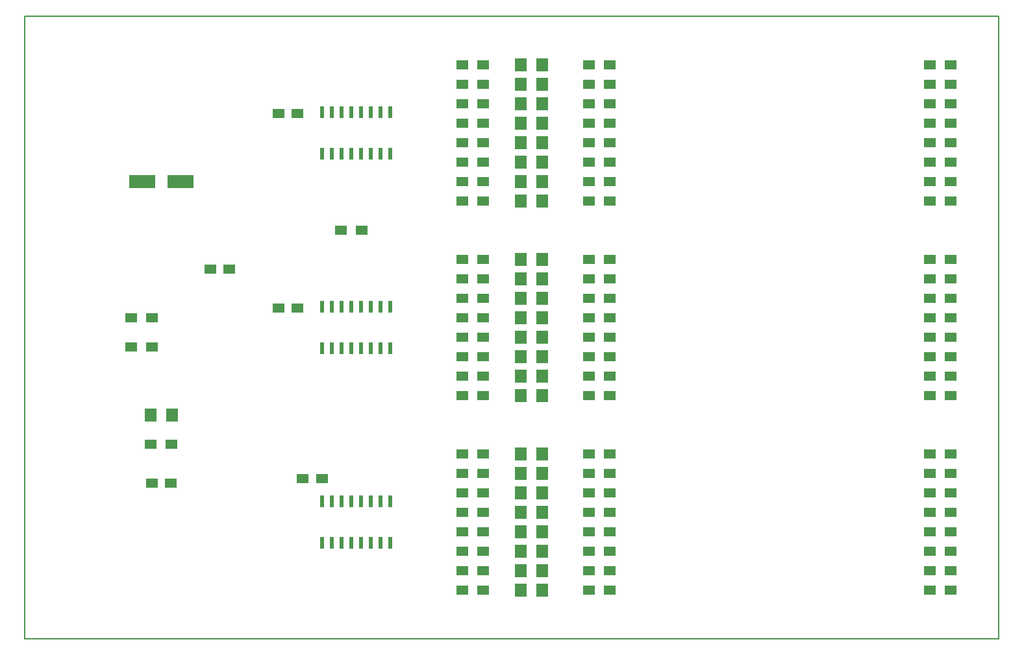
<source format=gbr>
G04 #@! TF.FileFunction,Paste,Top*
%FSLAX46Y46*%
G04 Gerber Fmt 4.6, Leading zero omitted, Abs format (unit mm)*
G04 Created by KiCad (PCBNEW (2015-04-03 BZR 5572)-product) date Tuesday, April 07, 2015 'PMt' 09:07:44 PM*
%MOMM*%
G01*
G04 APERTURE LIST*
%ADD10C,0.100000*%
%ADD11C,0.150000*%
%ADD12R,1.500000X1.250000*%
%ADD13R,1.597660X1.800860*%
%ADD14R,3.500120X1.800860*%
%ADD15R,1.500000X1.300000*%
%ADD16R,0.600000X1.500000*%
G04 APERTURE END LIST*
D10*
D11*
X222250000Y-124460000D02*
X95250000Y-124460000D01*
X222250000Y-43180000D02*
X222250000Y-124460000D01*
X95250000Y-43180000D02*
X222250000Y-43180000D01*
X95250000Y-124460000D02*
X95250000Y-43180000D01*
D12*
X119400000Y-76200000D03*
X121900000Y-76200000D03*
X111780000Y-104140000D03*
X114280000Y-104140000D03*
X128290000Y-55880000D03*
X130790000Y-55880000D03*
X128290000Y-81280000D03*
X130790000Y-81280000D03*
X131465000Y-103505000D03*
X133965000Y-103505000D03*
D13*
X159870140Y-49530000D03*
X162709860Y-49530000D03*
X159870140Y-52070000D03*
X162709860Y-52070000D03*
X159870140Y-54610000D03*
X162709860Y-54610000D03*
X159870140Y-57150000D03*
X162709860Y-57150000D03*
X159870140Y-59690000D03*
X162709860Y-59690000D03*
X159870140Y-62230000D03*
X162709860Y-62230000D03*
X159870140Y-64770000D03*
X162709860Y-64770000D03*
X159870140Y-67310000D03*
X162709860Y-67310000D03*
X159870140Y-74930000D03*
X162709860Y-74930000D03*
X159870140Y-77470000D03*
X162709860Y-77470000D03*
X159870140Y-80010000D03*
X162709860Y-80010000D03*
X159870140Y-82550000D03*
X162709860Y-82550000D03*
X159870140Y-85090000D03*
X162709860Y-85090000D03*
X159870140Y-87630000D03*
X162709860Y-87630000D03*
X159870140Y-90170000D03*
X162709860Y-90170000D03*
X159870140Y-92710000D03*
X162709860Y-92710000D03*
X159870140Y-100330000D03*
X162709860Y-100330000D03*
X159870140Y-102870000D03*
X162709860Y-102870000D03*
X159870140Y-105410000D03*
X162709860Y-105410000D03*
X159870140Y-107950000D03*
X162709860Y-107950000D03*
X159870140Y-110490000D03*
X162709860Y-110490000D03*
X159870140Y-113030000D03*
X162709860Y-113030000D03*
X159870140Y-115570000D03*
X162709860Y-115570000D03*
X159870140Y-118110000D03*
X162709860Y-118110000D03*
X111610140Y-95250000D03*
X114449860Y-95250000D03*
D14*
X110530640Y-64770000D03*
X115529360Y-64770000D03*
D15*
X171530000Y-49530000D03*
X168830000Y-49530000D03*
X155020000Y-49530000D03*
X152320000Y-49530000D03*
X171530000Y-52070000D03*
X168830000Y-52070000D03*
X155020000Y-52070000D03*
X152320000Y-52070000D03*
X171530000Y-54610000D03*
X168830000Y-54610000D03*
X155020000Y-54610000D03*
X152320000Y-54610000D03*
X171530000Y-57150000D03*
X168830000Y-57150000D03*
X155020000Y-57150000D03*
X152320000Y-57150000D03*
X171530000Y-59690000D03*
X168830000Y-59690000D03*
X155020000Y-59690000D03*
X152320000Y-59690000D03*
X171530000Y-62230000D03*
X168830000Y-62230000D03*
X155020000Y-62230000D03*
X152320000Y-62230000D03*
X171530000Y-64770000D03*
X168830000Y-64770000D03*
X155020000Y-64770000D03*
X152320000Y-64770000D03*
X171530000Y-67310000D03*
X168830000Y-67310000D03*
X155020000Y-67310000D03*
X152320000Y-67310000D03*
X171530000Y-74930000D03*
X168830000Y-74930000D03*
X155020000Y-74930000D03*
X152320000Y-74930000D03*
X171530000Y-77470000D03*
X168830000Y-77470000D03*
X155020000Y-77470000D03*
X152320000Y-77470000D03*
X171530000Y-80010000D03*
X168830000Y-80010000D03*
X155020000Y-80010000D03*
X152320000Y-80010000D03*
X171530000Y-82550000D03*
X168830000Y-82550000D03*
X155020000Y-82550000D03*
X152320000Y-82550000D03*
X171530000Y-85090000D03*
X168830000Y-85090000D03*
X155020000Y-85090000D03*
X152320000Y-85090000D03*
X171530000Y-87630000D03*
X168830000Y-87630000D03*
X155020000Y-87630000D03*
X152320000Y-87630000D03*
X171530000Y-90170000D03*
X168830000Y-90170000D03*
X155020000Y-90170000D03*
X152320000Y-90170000D03*
X171530000Y-92710000D03*
X168830000Y-92710000D03*
X155020000Y-92710000D03*
X152320000Y-92710000D03*
X171530000Y-100330000D03*
X168830000Y-100330000D03*
X155020000Y-100330000D03*
X152320000Y-100330000D03*
X171530000Y-102870000D03*
X168830000Y-102870000D03*
X155020000Y-102870000D03*
X152320000Y-102870000D03*
X171530000Y-105410000D03*
X168830000Y-105410000D03*
X155020000Y-105410000D03*
X152320000Y-105410000D03*
X171530000Y-107950000D03*
X168830000Y-107950000D03*
X155020000Y-107950000D03*
X152320000Y-107950000D03*
X171530000Y-110490000D03*
X168830000Y-110490000D03*
X155020000Y-110490000D03*
X152320000Y-110490000D03*
X171530000Y-113030000D03*
X168830000Y-113030000D03*
X155020000Y-113030000D03*
X152320000Y-113030000D03*
X171530000Y-115570000D03*
X168830000Y-115570000D03*
X155020000Y-115570000D03*
X152320000Y-115570000D03*
X171530000Y-118110000D03*
X168830000Y-118110000D03*
X155020000Y-118110000D03*
X152320000Y-118110000D03*
X114380000Y-99060000D03*
X111680000Y-99060000D03*
X136445000Y-71120000D03*
X139145000Y-71120000D03*
X111840000Y-82550000D03*
X109140000Y-82550000D03*
X111840000Y-86360000D03*
X109140000Y-86360000D03*
X215980000Y-49530000D03*
X213280000Y-49530000D03*
X215980000Y-52070000D03*
X213280000Y-52070000D03*
X215980000Y-54610000D03*
X213280000Y-54610000D03*
X215980000Y-57150000D03*
X213280000Y-57150000D03*
X215980000Y-59690000D03*
X213280000Y-59690000D03*
X215980000Y-62230000D03*
X213280000Y-62230000D03*
X215980000Y-64770000D03*
X213280000Y-64770000D03*
X215980000Y-67310000D03*
X213280000Y-67310000D03*
X215980000Y-74930000D03*
X213280000Y-74930000D03*
X215980000Y-77470000D03*
X213280000Y-77470000D03*
X215980000Y-80010000D03*
X213280000Y-80010000D03*
X215980000Y-82550000D03*
X213280000Y-82550000D03*
X215980000Y-85090000D03*
X213280000Y-85090000D03*
X215980000Y-87630000D03*
X213280000Y-87630000D03*
X215980000Y-90170000D03*
X213280000Y-90170000D03*
X215980000Y-92710000D03*
X213280000Y-92710000D03*
X215980000Y-100330000D03*
X213280000Y-100330000D03*
X215980000Y-102870000D03*
X213280000Y-102870000D03*
X215980000Y-105410000D03*
X213280000Y-105410000D03*
X215980000Y-107950000D03*
X213280000Y-107950000D03*
X215980000Y-110490000D03*
X213280000Y-110490000D03*
X215980000Y-113030000D03*
X213280000Y-113030000D03*
X215980000Y-115570000D03*
X213280000Y-115570000D03*
X215980000Y-118110000D03*
X213280000Y-118110000D03*
D16*
X142875000Y-55720000D03*
X141605000Y-55720000D03*
X140335000Y-55720000D03*
X139065000Y-55720000D03*
X137795000Y-55720000D03*
X136525000Y-55720000D03*
X135255000Y-55720000D03*
X133985000Y-55720000D03*
X133985000Y-61120000D03*
X135255000Y-61120000D03*
X136525000Y-61120000D03*
X137795000Y-61120000D03*
X139065000Y-61120000D03*
X140335000Y-61120000D03*
X141605000Y-61120000D03*
X142875000Y-61120000D03*
X142875000Y-81120000D03*
X141605000Y-81120000D03*
X140335000Y-81120000D03*
X139065000Y-81120000D03*
X137795000Y-81120000D03*
X136525000Y-81120000D03*
X135255000Y-81120000D03*
X133985000Y-81120000D03*
X133985000Y-86520000D03*
X135255000Y-86520000D03*
X136525000Y-86520000D03*
X137795000Y-86520000D03*
X139065000Y-86520000D03*
X140335000Y-86520000D03*
X141605000Y-86520000D03*
X142875000Y-86520000D03*
X142875000Y-106520000D03*
X141605000Y-106520000D03*
X140335000Y-106520000D03*
X139065000Y-106520000D03*
X137795000Y-106520000D03*
X136525000Y-106520000D03*
X135255000Y-106520000D03*
X133985000Y-106520000D03*
X133985000Y-111920000D03*
X135255000Y-111920000D03*
X136525000Y-111920000D03*
X137795000Y-111920000D03*
X139065000Y-111920000D03*
X140335000Y-111920000D03*
X141605000Y-111920000D03*
X142875000Y-111920000D03*
M02*

</source>
